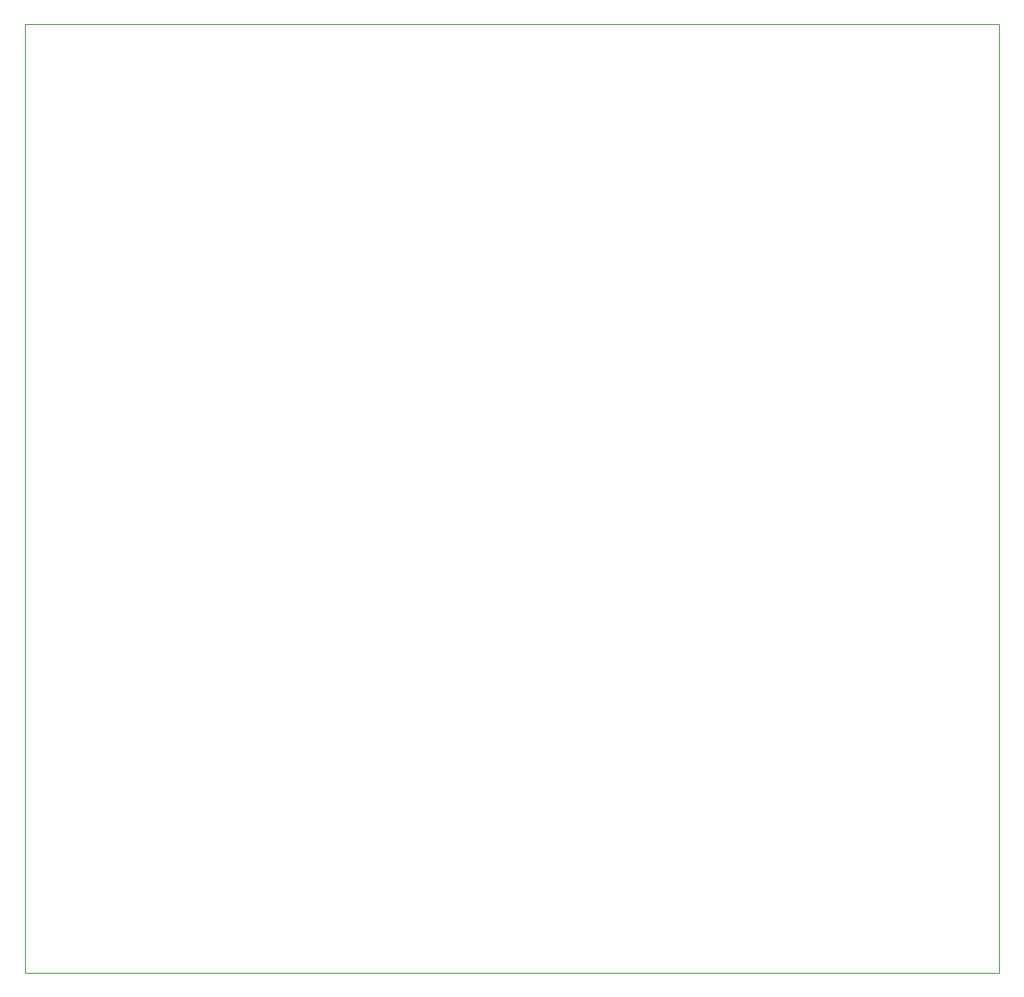
<source format=gbr>
%TF.GenerationSoftware,KiCad,Pcbnew,(7.0.0-0)*%
%TF.CreationDate,2023-05-29T15:25:59-06:00*%
%TF.ProjectId,Phase_B_ATMEGA_v3,50686173-655f-4425-9f41-544d4547415f,rev?*%
%TF.SameCoordinates,Original*%
%TF.FileFunction,Profile,NP*%
%FSLAX46Y46*%
G04 Gerber Fmt 4.6, Leading zero omitted, Abs format (unit mm)*
G04 Created by KiCad (PCBNEW (7.0.0-0)) date 2023-05-29 15:25:59*
%MOMM*%
%LPD*%
G01*
G04 APERTURE LIST*
%TA.AperFunction,Profile*%
%ADD10C,0.100000*%
%TD*%
G04 APERTURE END LIST*
D10*
X12700000Y-12700000D02*
X111760000Y-12700000D01*
X111760000Y-12700000D02*
X111760000Y-109220000D01*
X111760000Y-109220000D02*
X12700000Y-109220000D01*
X12700000Y-109220000D02*
X12700000Y-12700000D01*
M02*

</source>
